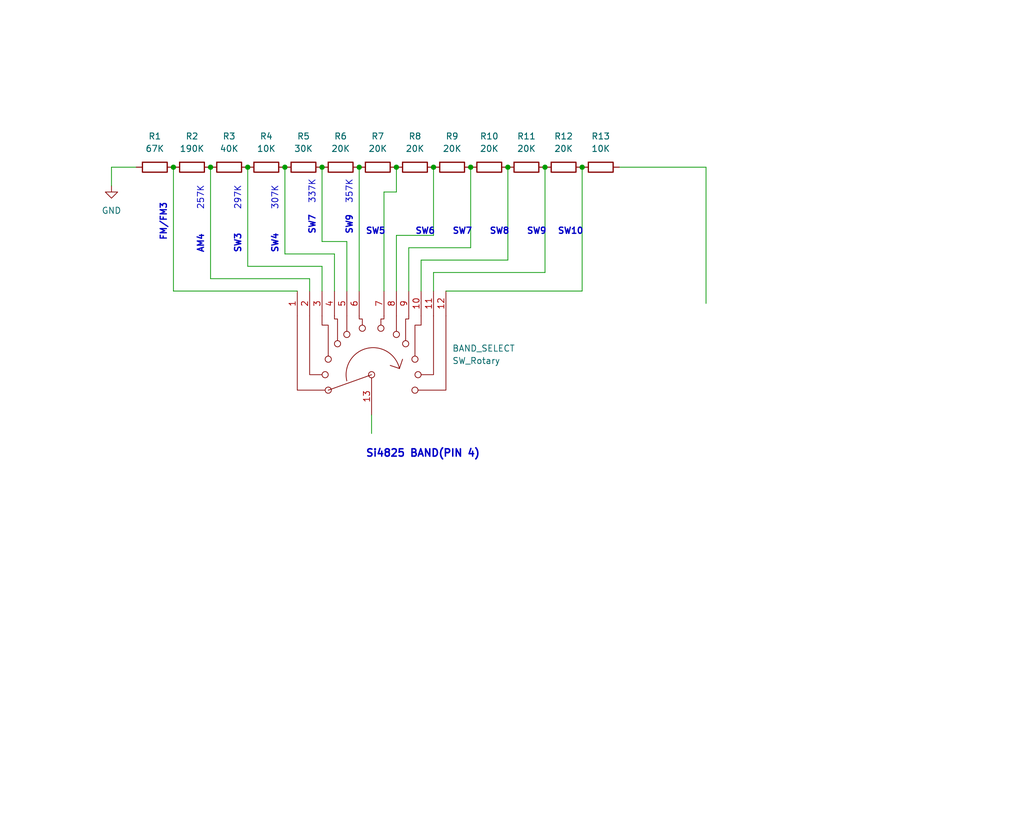
<source format=kicad_sch>
(kicad_sch (version 20230121) (generator eeschema)
  (paper "User" 210.007 170.002)
  (title_block (title "BK1198 BASIC SETUP - VOLTAGE DIVIDER VERSION (SW BAND)") (rev "1.0") (company "Ricardo Lima Caratti"))
  (lib_symbols
    (symbol "Device:R" (pin_numbers hide) (pin_names (offset 0))
      (property "Reference" "R" (at 2.032 0 90))
      (property "Value" "R" (at 0 0 90))
      (symbol "R_0_1"
        (rectangle (start -1.016 -2.54) (end 1.016 2.54) (stroke (width 0.254)))
      )
      (symbol "R_1_1"
        (pin passive line (at 0 3.81 270) (length 1.27) (name "~") (number "1"))
        (pin passive line (at 0 -3.81 90) (length 1.27) (name "~") (number "2"))
      )
    )
    (symbol "Switch:SW_Rotary12" (pin_names (offset 1.016) hide)
      (property "Reference" "SW" (at 0 17.78 0))
      (property "Value" "SW_Rotary12" (at 0 -17.78 0))
      (symbol "SW_Rotary12_0_0"
        (circle (center -10.16 -8.89) (radius 0.635))
        (circle (center -10.16 8.89) (radius 0.635))
        (circle (center -6.985 -9.525) (radius 0.635))
        (circle (center -6.985 0) (radius 0.635))
        (circle (center -6.985 9.525) (radius 0.635))
        (arc (start -5.715 -5.715) (mid -1.5995 0.937) (end -8.255 5.08))
        (circle (center -3.81 -8.89) (radius 0.635))
        (circle (center -3.81 8.89) (radius 0.635))
        (circle (center -0.635 -6.985) (radius 0.635))
        (circle (center -0.635 6.985) (radius 0.635))
        (polyline (pts (xy -6.985 0) (xy -10.16 8.89)))
        (polyline (pts (xy -5.715 -5.715) (xy -5.08 -3.81)))
        (polyline (pts (xy -5.715 -5.715) (xy -3.81 -6.35)))
        (polyline (pts (xy 1.905 -5.08) (xy 5.08 -5.08)))
        (polyline (pts (xy 1.905 5.08) (xy 5.08 5.08)))
        (polyline (pts (xy -10.16 -9.525) (xy -10.16 -15.24) (xy 5.08 -15.24)))
        (polyline (pts (xy -10.16 9.525) (xy -10.16 15.24) (xy 5.08 15.24)))
        (polyline (pts (xy -6.985 -10.16) (xy -6.985 -12.7) (xy 5.08 -12.7)))
        (polyline (pts (xy -6.985 10.16) (xy -6.985 12.7) (xy 5.08 12.7)))
        (polyline (pts (xy -3.175 -8.89) (xy 3.175 -8.89) (xy 3.175 -10.16) (xy 5.08 -10.16)))
        (polyline (pts (xy -3.175 8.89) (xy 3.175 8.89) (xy 3.175 10.16) (xy 5.08 10.16)))
        (polyline (pts (xy 0 -6.985) (xy 4.445 -6.985) (xy 4.445 -7.62) (xy 5.08 -7.62)))
        (polyline (pts (xy 0 6.985) (xy 4.445 6.985) (xy 4.445 7.62) (xy 5.08 7.62)))
        (polyline (pts (xy 3.175 -1.905) (xy 4.445 -1.905) (xy 4.445 -2.54) (xy 5.08 -2.54)))
        (polyline (pts (xy 3.175 1.905) (xy 4.445 1.905) (xy 4.445 2.54) (xy 5.08 2.54)))
        (circle (center 1.27 -5.08) (radius 0.635))
        (circle (center 1.27 5.08) (radius 0.635))
        (circle (center 2.54 -1.905) (radius 0.635))
        (circle (center 2.54 1.905) (radius 0.635))
      )
      (symbol "SW_Rotary12_0_1"
        (pin passive line (at 10.16 15.24 180) (length 5.08) (name "1") (number "1"))
        (pin passive line (at 10.16 -10.16 180) (length 5.08) (name "10") (number "10"))
        (pin passive line (at 10.16 -12.7 180) (length 5.08) (name "11") (number "11"))
        (pin passive line (at 10.16 -15.24 180) (length 5.08) (name "12") (number "12"))
        (pin passive line (at -15.24 0 0) (length 7.62) (name "13") (number "13"))
        (pin passive line (at 10.16 12.7 180) (length 5.08) (name "2") (number "2"))
        (pin passive line (at 10.16 10.16 180) (length 5.08) (name "3") (number "3"))
        (pin passive line (at 10.16 7.62 180) (length 5.08) (name "4") (number "4"))
        (pin passive line (at 10.16 5.08 180) (length 5.08) (name "5") (number "5"))
        (pin passive line (at 10.16 2.54 180) (length 5.08) (name "6") (number "6"))
        (pin passive line (at 10.16 -2.54 180) (length 5.08) (name "7") (number "7"))
        (pin passive line (at 10.16 -5.08 180) (length 5.08) (name "8") (number "8"))
        (pin passive line (at 10.16 -7.62 180) (length 5.08) (name "9") (number "9"))
      )
    )
    (symbol "power:GND" (power) (pin_names (offset 0))
      (property "Value" "GND" (at 0 -3.81 0))
      (symbol "GND_0_1"
        (polyline (pts (xy 0 0) (xy 0 -1.27) (xy 1.27 -1.27) (xy 0 -2.54) (xy -1.27 -1.27) (xy 0 -1.27)))
      )
      (symbol "GND_1_1"
        (pin power_in line (at 0 0 270) (length 0) hide (name "GND") (number "1"))
      )
    )
  )
  (junction (at 111.76 34.29))
  (junction (at 66.04 34.29))
  (junction (at 81.28 34.29))
  (junction (at 96.52 34.29))
  (junction (at 50.8 34.29))
  (junction (at 35.56 34.29))
  (junction (at 104.14 34.29))
  (junction (at 119.38 34.29))
  (junction (at 43.18 34.29))
  (junction (at 88.9 34.29))
  (junction (at 58.42 34.29))
  (junction (at 73.66 34.29))
  (wire (pts (xy 71.12 49.53) (xy 66.04 49.53)))
  (wire (pts (xy 111.76 55.88) (xy 111.76 34.29)))
  (wire (pts (xy 66.04 59.69) (xy 66.04 54.61)))
  (wire (pts (xy 50.8 34.29) (xy 50.8 54.61)))
  (wire (pts (xy 88.9 55.88) (xy 111.76 55.88)))
  (wire (pts (xy 78.74 39.37) (xy 81.28 39.37)))
  (wire (pts (xy 86.36 53.34) (xy 104.14 53.34)))
  (wire (pts (xy 81.28 59.69) (xy 81.28 48.26)))
  (wire (pts (xy 63.5 57.15) (xy 43.18 57.15)))
  (wire (pts (xy 76.2 85.09) (xy 76.2 88.9)))
  (wire (pts (xy 66.04 54.61) (xy 50.8 54.61)))
  (wire (pts (xy 91.44 59.69) (xy 119.38 59.69)))
  (wire (pts (xy 88.9 59.69) (xy 88.9 55.88)))
  (wire (pts (xy 78.74 59.69) (xy 78.74 39.37)))
  (wire (pts (xy 35.56 34.29) (xy 35.56 59.69)))
  (wire (pts (xy 58.42 52.07) (xy 58.42 34.29)))
  (wire (pts (xy 81.28 48.26) (xy 88.9 48.26)))
  (wire (pts (xy 96.52 34.29) (xy 96.52 50.8)))
  (wire (pts (xy 71.12 59.69) (xy 71.12 49.53)))
  (wire (pts (xy 73.66 34.29) (xy 73.66 59.69)))
  (wire (pts (xy 88.9 34.29) (xy 88.9 48.26)))
  (wire (pts (xy 81.28 39.37) (xy 81.28 34.29)))
  (wire (pts (xy 83.82 50.8) (xy 96.52 50.8)))
  (wire (pts (xy 63.5 59.69) (xy 63.5 57.15)))
  (wire (pts (xy 68.58 59.69) (xy 68.58 52.07)))
  (wire (pts (xy 119.38 34.29) (xy 119.38 59.69)))
  (wire (pts (xy 22.86 34.29) (xy 22.86 38.1)))
  (wire (pts (xy 27.94 34.29) (xy 22.86 34.29)))
  (wire (pts (xy 60.96 59.69) (xy 35.56 59.69)))
  (wire (pts (xy 68.58 52.07) (xy 58.42 52.07)))
  (wire (pts (xy 86.36 59.69) (xy 86.36 53.34)))
  (wire (pts (xy 66.04 49.53) (xy 66.04 34.29)))
  (wire (pts (xy 43.18 57.15) (xy 43.18 34.29)))
  (wire (pts (xy 83.82 50.8) (xy 83.82 59.69)))
  (wire (pts (xy 104.14 34.29) (xy 104.14 53.34)))
  (wire (pts (xy 144.78 34.29) (xy 144.78 62.23)))
  (wire (pts (xy 127 34.29) (xy 144.78 34.29)))
  (text "SW7" (at 64.77 48.26 90) (effects (font (size 1.27 1.27) (thickness 0.254) bold) (justify left bottom)))
  (text "Si4825 BAND(PIN 4)" (at 74.93 93.98 0) (effects (font (size 1.5 1.5) (thickness 0.3) bold) (justify left bottom)))
  (text "337K" (at 64.77 41.91 90) (effects (font (size 1.27 1.27)) (justify left bottom)))
  (text "SW8" (at 100.33 48.26 0) (effects (font (size 1.27 1.27) (thickness 0.254) bold) (justify left bottom)))
  (text "SW6" (at 85.09 48.26 0) (effects (font (size 1.27 1.27) (thickness 0.254) bold) (justify left bottom)))
  (text "SW9" (at 72.39 48.26 90) (effects (font (size 1.27 1.27) (thickness 0.254) bold) (justify left bottom)))
  (text "SW10" (at 114.3 48.26 0) (effects (font (size 1.27 1.27) (thickness 0.254) bold) (justify left bottom)))
  (text "AM4" (at 41.91 52.07 90) (effects (font (size 1.27 1.27) (thickness 0.254) bold) (justify left bottom)))
  (text "297K" (at 49.53 43.18 90) (effects (font (size 1.27 1.27)) (justify left bottom)))
  (text "357K" (at 72.39 41.91 90) (effects (font (size 1.27 1.27)) (justify left bottom)))
  (text "SW4" (at 57.15 52.07 90) (effects (font (size 1.27 1.27) (thickness 0.254) bold) (justify left bottom)))
  (text "307K" (at 57.15 43.18 90) (effects (font (size 1.27 1.27)) (justify left bottom)))
  (text "SW9" (at 107.95 48.26 0) (effects (font (size 1.27 1.27) (thickness 0.254) bold) (justify left bottom)))
  (text "257K" (at 41.91 43.18 90) (effects (font (size 1.27 1.27)) (justify left bottom)))
  (text "SW7" (at 92.71 48.26 0) (effects (font (size 1.27 1.27) (thickness 0.254) bold) (justify left bottom)))
  (text "FM/FM3" (at 34.29 49.53 90) (effects (font (size 1.27 1.27) (thickness 0.254) bold) (justify left bottom)))
  (text "SW3" (at 49.53 52.07 90) (effects (font (size 1.27 1.27) (thickness 0.254) bold) (justify left bottom)))
  (text "SW5" (at 74.93 48.26 0) (effects (font (size 1.27 1.27) (thickness 0.254) bold) (justify left bottom)))
  (symbol (lib_id "Device:R") (at 54.61 34.29 270) (unit 1)
    (property "Reference" "R4" (at 54.61 27.94 90))
    (property "Value" "10K" (at 54.61 30.48 90))
  )
  (symbol (lib_id "Device:R") (at 85.09 34.29 270) (unit 1)
    (property "Reference" "R8" (at 85.09 27.94 90))
    (property "Value" "20K" (at 85.09 30.48 90))
  )
  (symbol (lib_id "Device:R") (at 100.33 34.29 270) (unit 1)
    (property "Reference" "R10" (at 100.33 27.94 90))
    (property "Value" "20K" (at 100.33 30.48 90))
  )
  (symbol (lib_id "Device:R") (at 92.71 34.29 270) (unit 1)
    (property "Reference" "R9" (at 92.71 27.94 90))
    (property "Value" "20K" (at 92.71 30.48 90))
  )
  (symbol (lib_id "Device:R") (at 46.99 34.29 270) (unit 1)
    (property "Reference" "R3" (at 46.99 27.94 90))
    (property "Value" "40K" (at 46.99 30.48 90))
  )
  (symbol (lib_id "Device:R") (at 69.85 34.29 270) (unit 1)
    (property "Reference" "R6" (at 69.85 27.94 90))
    (property "Value" "20K" (at 69.85 30.48 90))
  )
  (symbol (lib_id "Device:R") (at 31.75 34.29 270) (unit 1)
    (property "Reference" "R1" (at 31.75 27.94 90))
    (property "Value" "67K" (at 31.75 30.48 90))
  )
  (symbol (lib_id "Switch:SW_Rotary12") (at 76.2 69.85 90) (unit 1)
    (property "Reference" "BAND_SELECT" (at 92.71 71.4375 90) (effects (justify right)))
    (property "Value" "SW_Rotary" (at 92.71 73.9775 90) (effects (justify right)))
    (property "Datasheet" "http://cdn-reichelt.de/documents/datenblatt/C200/DS-Serie%23LOR.pdf" (effects hide))
  )
  (symbol (lib_id "Device:R") (at 107.95 34.29 270) (unit 1)
    (property "Reference" "R11" (at 107.95 27.94 90))
    (property "Value" "20K" (at 107.95 30.48 90))
  )
  (symbol (lib_id "Device:R") (at 39.37 34.29 270) (unit 1)
    (property "Reference" "R2" (at 39.37 27.94 90))
    (property "Value" "190K" (at 39.37 30.48 90))
  )
  (symbol (lib_id "Device:R") (at 62.23 34.29 270) (unit 1)
    (property "Reference" "R5" (at 62.23 27.94 90))
    (property "Value" "30K" (at 62.23 30.48 90))
  )
  (symbol (lib_id "Device:R") (at 115.57 34.29 270) (unit 1)
    (property "Reference" "R12" (at 115.57 27.94 90))
    (property "Value" "20K" (at 115.57 30.48 90))
  )
  (symbol (lib_id "Device:R") (at 77.47 34.29 270) (unit 1)
    (property "Reference" "R7" (at 77.47 27.94 90))
    (property "Value" "20K" (at 77.47 30.48 90))
  )
  (symbol (lib_id "Device:R") (at 123.19 34.29 270) (unit 1)
    (property "Reference" "R13" (at 123.19 27.94 90))
    (property "Value" "10K" (at 123.19 30.48 90))
  )
  (symbol (lib_id "power:GND") (at 22.86 38.1 0) (unit 1)
    (property "Reference" "#PWR01" (effects hide))
    (property "Value" "GND" (at 22.86 43.18 0))
  )
)
</source>
